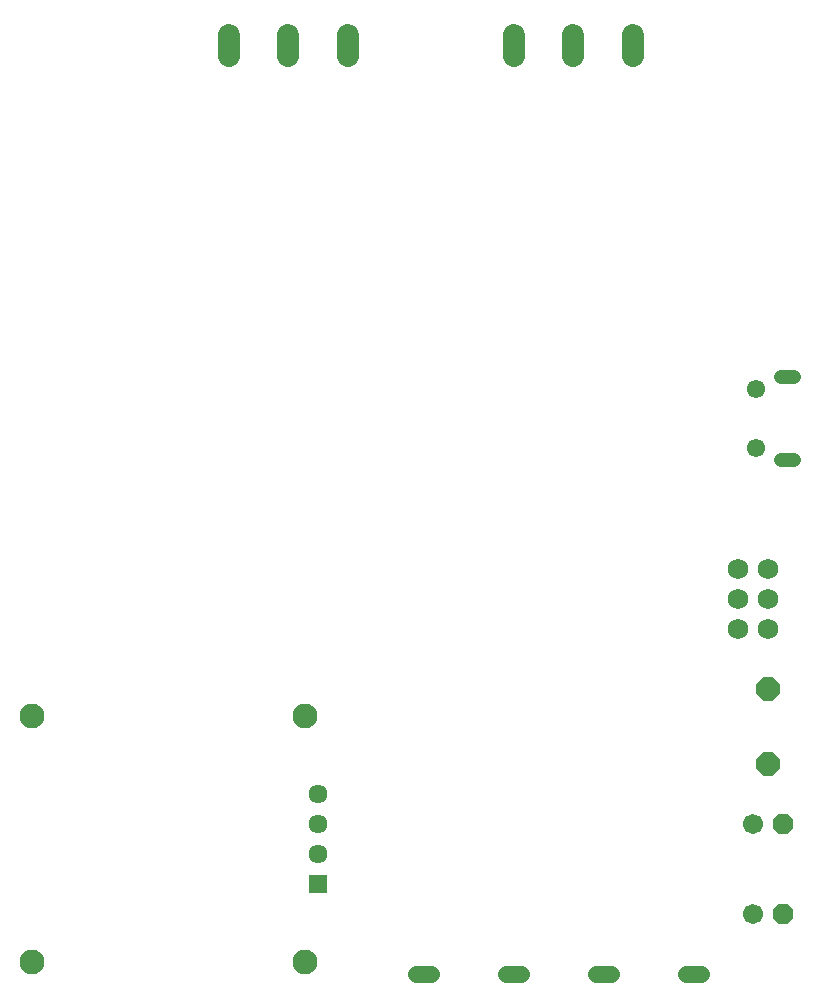
<source format=gbs>
G04 EAGLE Gerber RS-274X export*
G75*
%MOMM*%
%FSLAX34Y34*%
%LPD*%
%INSoldermask Bottom*%
%IPPOS*%
%AMOC8*
5,1,8,0,0,1.08239X$1,22.5*%
G01*
%ADD10P,1.842011X8X22.500000*%
%ADD11C,1.701800*%
%ADD12C,1.422400*%
%ADD13C,1.727200*%
%ADD14C,1.551600*%
%ADD15C,1.209600*%
%ADD16P,2.199416X8X112.500000*%
%ADD17C,1.901600*%
%ADD18R,1.609600X1.609600*%
%ADD19C,1.609600*%
%ADD20C,2.101600*%


D10*
X660400Y203200D03*
D11*
X635000Y203200D03*
D10*
X660400Y279400D03*
D11*
X635000Y279400D03*
D12*
X362204Y152400D02*
X348996Y152400D01*
X425196Y152400D02*
X438404Y152400D01*
X501396Y152400D02*
X514604Y152400D01*
X577596Y152400D02*
X590804Y152400D01*
D13*
X647700Y469900D03*
X622300Y469900D03*
X622300Y444500D03*
X647700Y444500D03*
X647700Y495300D03*
X622300Y495300D03*
D14*
X636900Y597300D03*
X636900Y647300D03*
D15*
X658360Y587300D02*
X669440Y587300D01*
X669440Y657300D02*
X658360Y657300D01*
D16*
X647700Y393700D03*
X647700Y330200D03*
D17*
X291300Y929300D02*
X291300Y947300D01*
X241300Y947300D02*
X241300Y929300D01*
X191300Y929300D02*
X191300Y947300D01*
X532600Y947300D02*
X532600Y929300D01*
X482600Y929300D02*
X482600Y947300D01*
X432600Y947300D02*
X432600Y929300D01*
D18*
X266700Y228600D03*
D19*
X266700Y254000D03*
X266700Y279400D03*
X266700Y304800D03*
D20*
X255270Y162560D03*
X255270Y370840D03*
X24130Y370840D03*
X24130Y162560D03*
M02*

</source>
